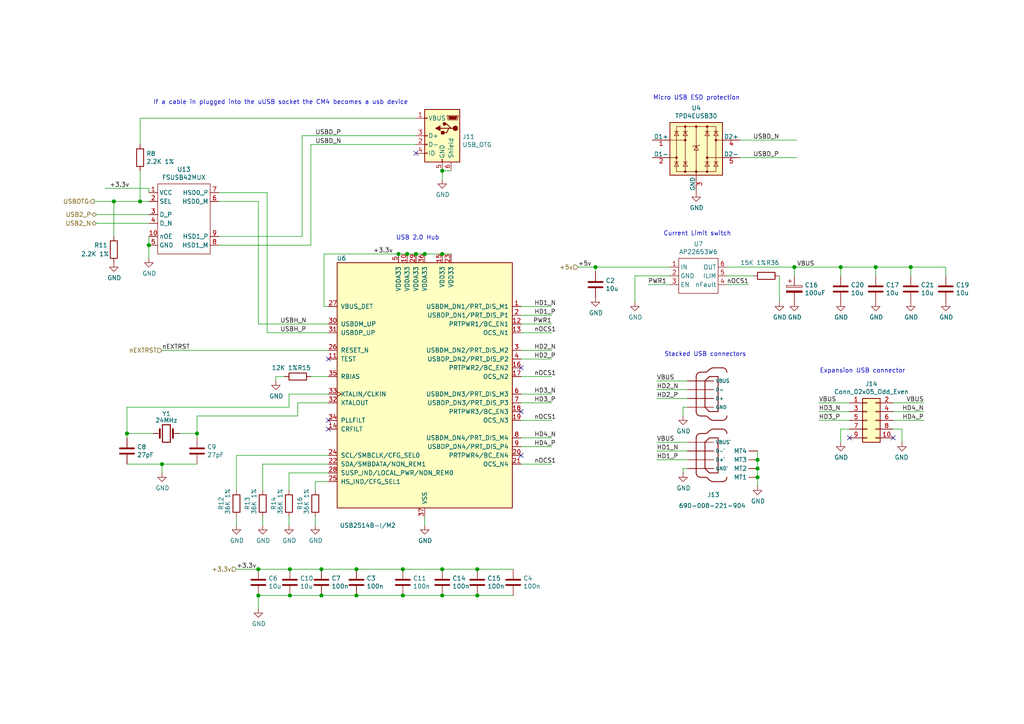
<source format=kicad_sch>
(kicad_sch (version 20231120) (generator "eeschema") (generator_version "8.0")
  (paper "A4")
  (title_block (title "Compute Module 4 IO Board - USB") (rev "1") (company "© 2020-2022 Raspberry Pi Ltd (formerly Raspberry Pi (Trading) Ltd.)") (comment 1 "www.raspberrypi.com"))
  (lib_symbols
    (symbol "CM4IO:AP2553W6"
      (property "Reference" "U" (at 3.81 -6.35 0))
      (property "Value" "AP2553W6" (at -3.81 -6.35 0))
      (symbol "AP2553W6_0_0"
        (pin power_in line (at -8.89 2.54 0) (length 2.54) (name "IN") (number "1"))
        (pin power_out line (at -8.89 0 0) (length 2.54) (name "GND") (number "2"))
        (pin input line (at -8.89 -2.54 0) (length 2.54) (name "EN") (number "3"))
        (pin open_collector line (at 7.62 -2.54 180) (length 2.54) (name "nFault") (number "4"))
        (pin passive line (at 7.62 0 180) (length 2.54) (name "ILIM") (number "5"))
        (pin power_out line (at 7.62 2.54 180) (length 2.54) (name "OUT") (number "6"))
      )
    )
    (symbol "CM4IO:FSUSB42MX"
      (property "Reference" "U" (at -7.62 20.32 0))
      (property "Value" "FSUSB42MX" (at -2.54 -2.54 0))
      (symbol "FSUSB42MX_0_0"
        (pin power_in line (at 8.89 16.51 180) (length 2.54) (name "VCC") (number "1"))
        (pin input line (at 8.89 3.81 180) (length 2.54) (name "nOE") (number "10"))
        (pin input line (at 8.89 13.97 180) (length 2.54) (name "SEL") (number "2"))
        (pin bidirectional line (at 8.89 10.16 180) (length 2.54) (name "D_P") (number "3"))
        (pin bidirectional line (at 8.89 7.62 180) (length 2.54) (name "D_N") (number "4"))
        (pin power_in line (at 8.89 1.27 180) (length 2.54) (name "GND") (number "5"))
        (pin bidirectional line (at -11.43 13.97 0) (length 2.54) (name "HSD0_M") (number "6"))
        (pin bidirectional line (at -11.43 16.51 0) (length 2.54) (name "HSD0_P") (number "7"))
        (pin bidirectional line (at -11.43 1.27 0) (length 2.54) (name "HSD1_M") (number "8"))
        (pin bidirectional line (at -11.43 3.81 0) (length 2.54) (name "HSD1_P") (number "9"))
      )
    )
    (symbol "CM4IO:TPD4EUSB30" (pin_names (offset 0))
      (property "Reference" "U" (at -0.635 8.89 0))
      (property "Value" "TPD4EUSB30" (at 8.89 -10.16 0))
      (symbol "TPD4EUSB30_1_1"
        (pin passive line (at -12.7 2.54 0) (length 5.08) (name "D1+") (number "1"))
        (pin passive line (at -12.7 2.54 0) (length 5.08) hide (name "~") (number "10"))
        (pin passive line (at -12.7 -2.54 0) (length 5.08) (name "D1-") (number "2"))
        (pin power_in line (at 0 -12.7 90) (length 5.08) (name "GND") (number "3"))
        (pin passive line (at 12.7 2.54 180) (length 5.08) (name "D2+") (number "4"))
        (pin passive line (at 12.7 -2.54 180) (length 5.08) (name "D2-") (number "5"))
        (pin passive line (at 12.7 -2.54 180) (length 5.08) hide (name "~") (number "6"))
        (pin passive line (at 12.7 2.54 180) (length 5.08) hide (name "~") (number "7"))
        (pin passive line (at 0 -12.7 90) (length 5.08) hide (name "GND") (number "8"))
        (pin passive line (at -12.7 -2.54 0) (length 5.08) hide (name "~") (number "9"))
      )
    )
    (symbol "CM4IO:USB_67298-4090" (pin_numbers hide)
      (property "Reference" "J" (at -5.08 21.6408 0))
      (property "Value" "USB_67298-4090" (at -5.08 -17.8054 0))
      (symbol "USB_67298-4090_0_0"
        (pin power_in line (at -7.62 -2.54 0) (length 7.62) (name "VBUS`") (number "1"))
        (pin passive line (at -7.62 -5.08 0) (length 7.62) (name "D-`") (number "2"))
        (pin passive line (at -7.62 -7.62 0) (length 7.62) (name "D+`") (number "3"))
        (pin power_in line (at -7.62 -10.16 0) (length 7.62) (name "GND`") (number "4"))
        (pin power_in line (at -7.62 15.24 0) (length 7.62) (name "VBUS") (number "5"))
        (pin passive line (at -7.62 12.7 0) (length 7.62) (name "D-") (number "6"))
        (pin passive line (at -7.62 10.16 0) (length 7.62) (name "D+") (number "7"))
        (pin power_in line (at -7.62 7.62 0) (length 7.62) (name "GND") (number "8"))
        (pin passive line (at 12.7 -12.7 180) (length 2.54) (name "MT1") (number "MT1"))
        (pin passive line (at 12.7 -10.16 180) (length 2.54) (name "MT2") (number "MT2"))
        (pin passive line (at 12.7 -7.62 180) (length 2.54) (name "MT3") (number "MT3"))
        (pin passive line (at 12.7 -5.08 180) (length 2.54) (name "MT4") (number "MT4"))
      )
    )
    (symbol "Connector:USB_OTG" (pin_names (offset 1.016))
      (property "Reference" "J" (at -5.08 11.43 0))
      (property "Value" "USB_OTG" (at -5.08 8.89 0))
      (symbol "USB_OTG_1_1"
        (pin passive line (at 7.62 5.08 180) (length 2.54) (name "VBUS") (number "1"))
        (pin bidirectional line (at 7.62 -2.54 180) (length 2.54) (name "D-") (number "2"))
        (pin bidirectional line (at 7.62 0 180) (length 2.54) (name "D+") (number "3"))
        (pin passive line (at 7.62 -5.08 180) (length 2.54) (name "ID") (number "4"))
        (pin passive line (at 0 -10.16 90) (length 2.54) (name "GND") (number "5"))
        (pin passive line (at -2.54 -10.16 90) (length 2.54) (name "Shield") (number "6"))
      )
    )
    (symbol "Connector_Generic:Conn_02x05_Odd_Even" (pin_names (offset 1.016) hide)
      (property "Reference" "J" (at 1.27 7.62 0))
      (property "Value" "Conn_02x05_Odd_Even" (at 1.27 -7.62 0))
      (symbol "Conn_02x05_Odd_Even_1_1"
        (pin passive line (at -5.08 5.08 0) (length 3.81) (name "Pin_1") (number "1"))
        (pin passive line (at 7.62 -5.08 180) (length 3.81) (name "Pin_10") (number "10"))
        (pin passive line (at 7.62 5.08 180) (length 3.81) (name "Pin_2") (number "2"))
        (pin passive line (at -5.08 2.54 0) (length 3.81) (name "Pin_3") (number "3"))
        (pin passive line (at 7.62 2.54 180) (length 3.81) (name "Pin_4") (number "4"))
        (pin passive line (at -5.08 0 0) (length 3.81) (name "Pin_5") (number "5"))
        (pin passive line (at 7.62 0 180) (length 3.81) (name "Pin_6") (number "6"))
        (pin passive line (at -5.08 -2.54 0) (length 3.81) (name "Pin_7") (number "7"))
        (pin passive line (at 7.62 -2.54 180) (length 3.81) (name "Pin_8") (number "8"))
        (pin passive line (at -5.08 -5.08 0) (length 3.81) (name "Pin_9") (number "9"))
      )
    )
    (symbol "Device:C" (pin_numbers hide) (pin_names (offset 0.254))
      (property "Reference" "C" (at 0.635 2.54 0))
      (property "Value" "C" (at 0.635 -2.54 0))
      (symbol "C_1_1"
        (pin passive line (at 0 3.81 270) (length 2.794) (name "~") (number "1"))
        (pin passive line (at 0 -3.81 90) (length 2.794) (name "~") (number "2"))
      )
    )
    (symbol "Device:CP" (pin_numbers hide) (pin_names (offset 0.254))
      (property "Reference" "C" (at 0.635 2.54 0))
      (property "Value" "CP" (at 0.635 -2.54 0))
      (symbol "CP_1_1"
        (pin passive line (at 0 3.81 270) (length 2.794) (name "~") (number "1"))
        (pin passive line (at 0 -3.81 90) (length 2.794) (name "~") (number "2"))
      )
    )
    (symbol "Device:Crystal" (pin_numbers hide) (pin_names (offset 1.016) hide)
      (property "Reference" "Y" (at 0 3.81 0))
      (property "Value" "Crystal" (at 0 -3.81 0))
      (symbol "Crystal_1_1"
        (pin passive line (at -3.81 0 0) (length 1.27) (name "1") (number "1"))
        (pin passive line (at 3.81 0 180) (length 1.27) (name "2") (number "2"))
      )
    )
    (symbol "Device:R" (pin_numbers hide) (pin_names (offset 0))
      (property "Reference" "R" (at 2.032 0 90))
      (property "Value" "R" (at 0 0 90))
      (symbol "R_1_1"
        (pin passive line (at 0 3.81 270) (length 1.27) (name "~") (number "1"))
        (pin passive line (at 0 -3.81 90) (length 1.27) (name "~") (number "2"))
      )
    )
    (symbol "Interface_USB:USB2514B_Bi" (pin_names (offset 1.016))
      (property "Reference" "U" (at -17.78 40.64 0))
      (property "Value" "USB2514B_Bi" (at -20.32 38.1 0))
      (symbol "USB2514B_Bi_1_1"
        (pin bidirectional line (at 27.94 22.86 180) (length 2.54) (name "USBDM_DN1/PRT_DIS_M1") (number "1"))
        (pin power_in line (at -5.08 38.1 270) (length 2.54) (name "VDDA33") (number "10"))
        (pin input line (at -27.94 7.62 0) (length 2.54) (name "TEST") (number "11"))
        (pin bidirectional line (at 27.94 17.78 180) (length 2.54) (name "PRTPWR1/BC_EN1") (number "12"))
        (pin input line (at 27.94 15.24 180) (length 2.54) (name "OCS_N1") (number "13"))
        (pin input line (at -27.94 -12.7 0) (length 2.54) (name "CRFILT") (number "14"))
        (pin power_in line (at 5.08 38.1 270) (length 2.54) (name "VDD33") (number "15"))
        (pin bidirectional line (at 27.94 5.08 180) (length 2.54) (name "PRTPWR2/BC_EN2") (number "16"))
        (pin input line (at 27.94 2.54 180) (length 2.54) (name "OCS_N2") (number "17"))
        (pin bidirectional line (at 27.94 -7.62 180) (length 2.54) (name "PRTPWR3/BC_EN3") (number "18"))
        (pin input line (at 27.94 -10.16 180) (length 2.54) (name "OCS_N3") (number "19"))
        (pin bidirectional line (at 27.94 20.32 180) (length 2.54) (name "USBDP_DN1/PRT_DIS_P1") (number "2"))
        (pin bidirectional line (at 27.94 -20.32 180) (length 2.54) (name "PRTPWR4/BC_EN4") (number "20"))
        (pin input line (at 27.94 -22.86 180) (length 2.54) (name "OCS_N4") (number "21"))
        (pin bidirectional line (at -27.94 -22.86 0) (length 2.54) (name "SDA/SMBDATA/NON_REM1") (number "22"))
        (pin power_in line (at 7.62 38.1 270) (length 2.54) (name "VDD33") (number "23"))
        (pin bidirectional line (at -27.94 -20.32 0) (length 2.54) (name "SCL/SMBCLK/CFG_SEL0") (number "24"))
        (pin bidirectional line (at -27.94 -27.94 0) (length 2.54) (name "HS_IND/CFG_SEL1") (number "25"))
        (pin input line (at -27.94 10.16 0) (length 2.54) (name "RESET_N") (number "26"))
        (pin input line (at -27.94 22.86 0) (length 2.54) (name "VBUS_DET") (number "27"))
        (pin bidirectional line (at -27.94 -25.4 0) (length 2.54) (name "SUSP_IND/LOCAL_PWR/NON_REM0") (number "28"))
        (pin power_in line (at -2.54 38.1 270) (length 2.54) (name "VDDA33") (number "29"))
        (pin bidirectional line (at 27.94 10.16 180) (length 2.54) (name "USBDM_DN2/PRT_DIS_M2") (number "3"))
        (pin bidirectional line (at -27.94 17.78 0) (length 2.54) (name "USBDM_UP") (number "30"))
        (pin bidirectional line (at -27.94 15.24 0) (length 2.54) (name "USBDP_UP") (number "31"))
        (pin output line (at -27.94 -5.08 0) (length 2.54) (name "XTALOUT") (number "32"))
        (pin input clock (at -27.94 -2.54 0) (length 2.54) (name "XTALIN/CLKIN") (number "33"))
        (pin input line (at -27.94 -10.16 0) (length 2.54) (name "PLLFILT") (number "34"))
        (pin input line (at -27.94 2.54 0) (length 2.54) (name "RBIAS") (number "35"))
        (pin power_in line (at 0 38.1 270) (length 2.54) (name "VDDA33") (number "36"))
        (pin power_in line (at 0 -38.1 90) (length 2.54) (name "VSS") (number "37"))
        (pin bidirectional line (at 27.94 7.62 180) (length 2.54) (name "USBDP_DN2/PRT_DIS_P2") (number "4"))
        (pin power_in line (at -7.62 38.1 270) (length 2.54) (name "VDDA33") (number "5"))
        (pin bidirectional line (at 27.94 -2.54 180) (length 2.54) (name "USBDM_DN3/PRT_DIS_M3") (number "6"))
        (pin bidirectional line (at 27.94 -5.08 180) (length 2.54) (name "USBDP_DN3/PRT_DIS_P3") (number "7"))
        (pin bidirectional line (at 27.94 -15.24 180) (length 2.54) (name "USBDM_DN4/PRT_DIS_M4") (number "8"))
        (pin bidirectional line (at 27.94 -17.78 180) (length 2.54) (name "USBDP_DN4/PRT_DIS_P4") (number "9"))
      )
    )
    (symbol "power:GND" (power) (pin_numbers hide) (pin_names (offset 0) hide)
      (property "Value" "GND" (at 0 -3.81 0))
      (symbol "GND_1_1"
        (pin power_in line (at 0 0 270) (length 0) (name "~") (number "1"))
      )
    )
  )
  (junction (at 103.378 165.1) (diameter 1.016))
  (junction (at 103.378 172.72) (diameter 1.016))
  (junction (at 138.43 165.1) (diameter 1.016))
  (junction (at 93.218 165.1) (diameter 1.016))
  (junction (at 128.27 49.53) (diameter 1.016))
  (junction (at 74.93 172.72) (diameter 1.016))
  (junction (at 172.72 77.47) (diameter 1.016))
  (junction (at 219.71 138.43) (diameter 1.016))
  (junction (at 116.84 165.1) (diameter 1.016))
  (junction (at 84.074 165.1) (diameter 1.016))
  (junction (at 128.27 172.72) (diameter 1.016))
  (junction (at 254 77.47) (diameter 1.016))
  (junction (at 36.83 125.73) (diameter 1.016))
  (junction (at 120.65 73.66) (diameter 1.016))
  (junction (at 128.27 73.66) (diameter 1.016))
  (junction (at 219.71 133.35) (diameter 1.016))
  (junction (at 40.64 58.42) (diameter 1.016))
  (junction (at 219.71 135.89) (diameter 1.016))
  (junction (at 123.19 73.66) (diameter 1.016))
  (junction (at 128.27 165.1) (diameter 1.016))
  (junction (at 230.378 77.47) (diameter 1.016))
  (junction (at 74.93 165.1) (diameter 1.016))
  (junction (at 93.218 172.72) (diameter 1.016))
  (junction (at 57.15 125.73) (diameter 1.016))
  (junction (at 84.074 172.72) (diameter 1.016))
  (junction (at 264.16 77.47) (diameter 1.016))
  (junction (at 43.18 71.12) (diameter 1.016))
  (junction (at 33.02 58.42) (diameter 1.016))
  (junction (at 115.57 73.66) (diameter 1.016))
  (junction (at 243.84 77.47) (diameter 1.016))
  (junction (at 116.84 172.72) (diameter 1.016))
  (junction (at 118.11 73.66) (diameter 1.016))
  (junction (at 138.43 172.72) (diameter 1.016))
  (junction (at 46.99 134.62) (diameter 1.016))
  (no_connect (at 95.25 121.92))
  (no_connect (at 95.25 104.14))
  (no_connect (at 120.65 44.45))
  (no_connect (at 246.38 127))
  (no_connect (at 259.08 127))
  (no_connect (at 95.25 124.46))
  (no_connect (at 151.13 119.38))
  (no_connect (at 151.13 106.68))
  (no_connect (at 151.13 132.08))
  (wire (pts (xy 151.13 96.52) (xy 160.02 96.52)))
  (wire (pts (xy 86.36 116.84) (xy 86.36 120.65)))
  (wire (pts (xy 267.97 121.92) (xy 259.08 121.92)))
  (wire (pts (xy 151.13 88.9) (xy 160.02 88.9)))
  (wire (pts (xy 74.93 165.1) (xy 84.074 165.1)))
  (wire (pts (xy 190.5 113.03) (xy 199.39 113.03)))
  (wire (pts (xy 151.13 116.84) (xy 160.02 116.84)))
  (wire (pts (xy 36.83 127) (xy 36.83 125.73)))
  (wire (pts (xy 190.5 115.57) (xy 199.39 115.57)))
  (wire (pts (xy 172.72 77.47) (xy 194.31 77.47)))
  (wire (pts (xy 93.218 165.1) (xy 103.378 165.1)))
  (wire (pts (xy 267.97 116.84) (xy 259.08 116.84)))
  (wire (pts (xy 237.49 116.84) (xy 246.38 116.84)))
  (wire (pts (xy 151.13 91.44) (xy 160.02 91.44)))
  (wire (pts (xy 57.15 120.65) (xy 57.15 125.73)))
  (wire (pts (xy 95.25 93.98) (xy 74.93 93.98)))
  (wire (pts (xy 83.82 142.24) (xy 83.82 137.16)))
  (wire (pts (xy 151.13 114.3) (xy 160.02 114.3)))
  (wire (pts (xy 138.43 165.1) (xy 148.844 165.1)))
  (wire (pts (xy 68.58 149.86) (xy 68.58 152.4)))
  (wire (pts (xy 194.31 80.01) (xy 184.15 80.01)))
  (wire (pts (xy 83.82 118.11) (xy 36.83 118.11)))
  (wire (pts (xy 93.98 88.9) (xy 93.98 73.66)))
  (wire (pts (xy 43.18 58.42) (xy 40.64 58.42)))
  (wire (pts (xy 77.47 55.88) (xy 77.47 96.52)))
  (wire (pts (xy 184.15 80.01) (xy 184.15 87.63)))
  (wire (pts (xy 74.93 58.42) (xy 74.93 93.98)))
  (wire (pts (xy 118.11 73.66) (xy 120.65 73.66)))
  (wire (pts (xy 151.13 134.62) (xy 160.02 134.62)))
  (wire (pts (xy 43.18 55.88) (xy 43.18 54.61)))
  (wire (pts (xy 83.82 114.3) (xy 83.82 118.11)))
  (wire (pts (xy 36.83 118.11) (xy 36.83 125.73)))
  (wire (pts (xy 82.55 109.22) (xy 80.01 109.22)))
  (wire (pts (xy 128.27 172.72) (xy 138.43 172.72)))
  (wire (pts (xy 63.5 71.12) (xy 90.17 71.12)))
  (wire (pts (xy 91.44 149.86) (xy 91.44 152.4)))
  (wire (pts (xy 254 77.47) (xy 264.16 77.47)))
  (wire (pts (xy 264.16 77.47) (xy 264.16 80.01)))
  (wire (pts (xy 219.71 138.43) (xy 219.71 140.97)))
  (wire (pts (xy 128.27 49.53) (xy 130.81 49.53)))
  (wire (pts (xy 76.2 134.62) (xy 95.25 134.62)))
  (wire (pts (xy 90.17 71.12) (xy 90.17 41.91)))
  (wire (pts (xy 219.71 130.81) (xy 219.71 133.35)))
  (wire (pts (xy 76.2 149.86) (xy 76.2 152.4)))
  (wire (pts (xy 57.15 125.73) (xy 57.15 127)))
  (wire (pts (xy 151.13 101.6) (xy 160.02 101.6)))
  (wire (pts (xy 90.17 109.22) (xy 95.25 109.22)))
  (wire (pts (xy 190.5 130.81) (xy 199.39 130.81)))
  (wire (pts (xy 210.82 77.47) (xy 230.378 77.47)))
  (wire (pts (xy 230.378 77.47) (xy 243.84 77.47)))
  (wire (pts (xy 128.27 52.07) (xy 128.27 49.53)))
  (wire (pts (xy 167.64 77.47) (xy 172.72 77.47)))
  (wire (pts (xy 151.13 121.92) (xy 160.02 121.92)))
  (wire (pts (xy 123.19 73.66) (xy 128.27 73.66)))
  (wire (pts (xy 214.63 40.64) (xy 231.14 40.64)))
  (wire (pts (xy 243.84 77.47) (xy 254 77.47)))
  (wire (pts (xy 63.5 68.58) (xy 87.63 68.58)))
  (wire (pts (xy 27.94 64.77) (xy 43.18 64.77)))
  (wire (pts (xy 84.074 172.72) (xy 93.218 172.72)))
  (wire (pts (xy 68.58 132.08) (xy 95.25 132.08)))
  (wire (pts (xy 151.13 104.14) (xy 160.02 104.14)))
  (wire (pts (xy 95.25 116.84) (xy 86.36 116.84)))
  (wire (pts (xy 87.63 68.58) (xy 87.63 39.37)))
  (wire (pts (xy 261.62 124.46) (xy 261.62 128.27)))
  (wire (pts (xy 214.63 45.72) (xy 231.14 45.72)))
  (wire (pts (xy 190.5 128.27) (xy 199.39 128.27)))
  (wire (pts (xy 86.36 120.65) (xy 57.15 120.65)))
  (wire (pts (xy 93.98 73.66) (xy 115.57 73.66)))
  (wire (pts (xy 83.82 149.86) (xy 83.82 152.4)))
  (wire (pts (xy 237.49 121.92) (xy 246.38 121.92)))
  (wire (pts (xy 219.71 133.35) (xy 219.71 135.89)))
  (wire (pts (xy 46.99 134.62) (xy 57.15 134.62)))
  (wire (pts (xy 151.13 109.22) (xy 160.02 109.22)))
  (wire (pts (xy 91.44 142.24) (xy 91.44 139.7)))
  (wire (pts (xy 219.71 135.89) (xy 219.71 138.43)))
  (wire (pts (xy 254 77.47) (xy 254 80.01)))
  (wire (pts (xy 120.65 73.66) (xy 123.19 73.66)))
  (wire (pts (xy 27.305 58.42) (xy 33.02 58.42)))
  (wire (pts (xy 226.06 80.01) (xy 226.06 87.63)))
  (wire (pts (xy 138.43 172.72) (xy 148.844 172.72)))
  (wire (pts (xy 103.378 172.72) (xy 116.84 172.72)))
  (wire (pts (xy 83.82 114.3) (xy 95.25 114.3)))
  (wire (pts (xy 63.5 55.88) (xy 77.47 55.88)))
  (wire (pts (xy 123.19 149.86) (xy 123.19 152.4)))
  (wire (pts (xy 230.378 77.47) (xy 230.378 80.01)))
  (wire (pts (xy 199.39 118.11) (xy 198.12 118.11)))
  (wire (pts (xy 93.218 172.72) (xy 103.378 172.72)))
  (wire (pts (xy 190.5 110.49) (xy 199.39 110.49)))
  (wire (pts (xy 36.83 125.73) (xy 44.45 125.73)))
  (wire (pts (xy 237.49 119.38) (xy 246.38 119.38)))
  (wire (pts (xy 103.378 165.1) (xy 116.84 165.1)))
  (wire (pts (xy 151.13 93.98) (xy 160.02 93.98)))
  (wire (pts (xy 115.57 73.66) (xy 118.11 73.66)))
  (wire (pts (xy 30.48 54.61) (xy 43.18 54.61)))
  (wire (pts (xy 210.82 82.55) (xy 217.17 82.55)))
  (wire (pts (xy 274.32 80.01) (xy 274.32 77.47)))
  (wire (pts (xy 210.82 80.01) (xy 218.44 80.01)))
  (wire (pts (xy 187.96 82.55) (xy 194.31 82.55)))
  (wire (pts (xy 95.25 88.9) (xy 93.98 88.9)))
  (wire (pts (xy 91.44 139.7) (xy 95.25 139.7)))
  (wire (pts (xy 74.93 176.53) (xy 74.93 172.72)))
  (wire (pts (xy 36.83 134.62) (xy 46.99 134.62)))
  (wire (pts (xy 128.27 73.66) (xy 130.81 73.66)))
  (wire (pts (xy 77.47 96.52) (xy 95.25 96.52)))
  (wire (pts (xy 259.08 124.46) (xy 261.62 124.46)))
  (wire (pts (xy 63.5 58.42) (xy 74.93 58.42)))
  (wire (pts (xy 190.5 133.35) (xy 199.39 133.35)))
  (wire (pts (xy 243.84 124.46) (xy 246.38 124.46)))
  (wire (pts (xy 74.93 172.72) (xy 84.074 172.72)))
  (wire (pts (xy 68.58 165.1) (xy 74.93 165.1)))
  (wire (pts (xy 43.18 71.12) (xy 43.18 74.93)))
  (wire (pts (xy 33.02 58.42) (xy 33.02 68.58)))
  (wire (pts (xy 199.39 135.89) (xy 198.12 135.89)))
  (wire (pts (xy 116.84 172.72) (xy 128.27 172.72)))
  (wire (pts (xy 151.13 129.54) (xy 160.02 129.54)))
  (wire (pts (xy 243.84 124.46) (xy 243.84 128.27)))
  (wire (pts (xy 116.84 165.1) (xy 128.27 165.1)))
  (wire (pts (xy 40.64 49.53) (xy 40.64 58.42)))
  (wire (pts (xy 46.99 101.6) (xy 95.25 101.6)))
  (wire (pts (xy 128.27 165.1) (xy 138.43 165.1)))
  (wire (pts (xy 198.12 135.89) (xy 198.12 137.16)))
  (wire (pts (xy 151.13 127) (xy 160.02 127)))
  (wire (pts (xy 27.94 62.23) (xy 43.18 62.23)))
  (wire (pts (xy 264.16 77.47) (xy 274.32 77.47)))
  (wire (pts (xy 76.2 142.24) (xy 76.2 134.62)))
  (wire (pts (xy 52.07 125.73) (xy 57.15 125.73)))
  (wire (pts (xy 40.64 34.29) (xy 120.65 34.29)))
  (wire (pts (xy 40.64 58.42) (xy 33.02 58.42)))
  (wire (pts (xy 68.58 142.24) (xy 68.58 132.08)))
  (wire (pts (xy 90.17 41.91) (xy 120.65 41.91)))
  (wire (pts (xy 84.074 165.1) (xy 93.218 165.1)))
  (wire (pts (xy 198.12 118.11) (xy 198.12 120.65)))
  (wire (pts (xy 87.63 39.37) (xy 120.65 39.37)))
  (wire (pts (xy 172.72 78.74) (xy 172.72 77.47)))
  (wire (pts (xy 80.01 109.22) (xy 80.01 110.49)))
  (wire (pts (xy 40.64 41.91) (xy 40.64 34.29)))
  (wire (pts (xy 83.82 137.16) (xy 95.25 137.16)))
  (wire (pts (xy 43.18 68.58) (xy 43.18 71.12)))
  (wire (pts (xy 267.97 119.38) (xy 259.08 119.38)))
  (wire (pts (xy 46.99 134.62) (xy 46.99 137.16)))
  (wire (pts (xy 243.84 80.01) (xy 243.84 77.47)))
  (text "Expansion USB connector" (at 262.6106 108.3818 0) (effects (font (size 1.27 1.27)) (justify right bottom)))
  (text "Current Limit switch" (at 212.09 68.58 0) (effects (font (size 1.27 1.27)) (justify right bottom)))
  (text "USB 2.0 Hub" (at 127.4318 69.7992 0) (effects (font (size 1.27 1.27)) (justify right bottom)))
  (text "If a cable in plugged into the uUSB socket the CM4 becomes a usb device" (at 44.45 30.48 0) (effects (font (size 1.27 1.27)) (justify left bottom)))
  (text "Micro USB ESD protection" (at 214.63 29.21 0) (effects (font (size 1.27 1.27)) (justify right bottom)))
  (text "Stacked USB connectors" (at 216.4588 103.5812 0) (effects (font (size 1.27 1.27)) (justify right bottom)))
  (label "nOCS1" (at 154.94 96.52 0))
  (label "+3.3v" (at 31.75 54.61 0))
  (label "HD2_P" (at 190.5 115.57 0))
  (label "HD3_N" (at 237.49 119.38 0))
  (label "HD1_P" (at 190.5 133.35 0))
  (label "HD1_N" (at 154.94 88.9 0))
  (label "HD4_P" (at 154.94 129.54 0))
  (label "VBUS" (at 237.49 116.84 0))
  (label "nOCS1" (at 210.82 82.55 0))
  (label "VBUS" (at 190.5 110.49 0))
  (label "HD2_N" (at 190.5 113.03 0))
  (label "PWR1" (at 160.02 93.98 180))
  (label "USBD_N" (at 218.44 40.64 0))
  (label "nOCS1" (at 154.94 109.22 0))
  (label "VBUS" (at 231.14 77.47 0))
  (label "USBD_N" (at 91.44 41.91 0))
  (label "HD2_P" (at 154.94 104.14 0))
  (label "VBUS" (at 190.5 128.27 0))
  (label "+3.3v" (at 68.58 165.1 0))
  (label "+5v" (at 167.64 77.47 0))
  (label "HD4_N" (at 154.94 127 0))
  (label "HD4_P" (at 267.97 121.92 180))
  (label "USBH_P" (at 81.28 96.52 0))
  (label "HD3_P" (at 154.94 116.84 0))
  (label "nEXTRST" (at 46.99 101.6 0))
  (label "+3.3v" (at 108.204 73.66 0))
  (label "HD2_N" (at 154.94 101.6 0))
  (label "USBD_P" (at 218.44 45.72 0))
  (label "HD1_N" (at 190.5 130.81 0))
  (label "USBD_P" (at 91.44 39.37 0))
  (label "HD4_N" (at 267.97 119.38 180))
  (label "nOCS1" (at 154.94 134.62 0))
  (label "nOCS1" (at 154.94 121.92 0))
  (label "HD3_P" (at 237.49 121.92 0))
  (label "PWR1" (at 187.96 82.55 0))
  (label "USBH_N" (at 81.28 93.98 0))
  (label "HD3_N" (at 154.94 114.3 0))
  (label "HD1_P" (at 154.94 91.44 0))
  (label "VBUS" (at 267.97 116.84 180))
  (hierarchical_label "USB2_N" (shape bidirectional) (at 27.94 64.77 180))
  (hierarchical_label "USBOTG" (shape output) (at 27.305 58.42 180))
  (hierarchical_label "+3.3v" (shape input) (at 68.58 165.1 180))
  (hierarchical_label "USB2_P" (shape bidirectional) (at 27.94 62.23 180))
  (hierarchical_label "nEXTRST" (shape input) (at 46.99 101.6 180))
  (hierarchical_label "+5v" (shape input) (at 167.64 77.47 180))
  (symbol (lib_id "CM4IO:USB_67298-4090") (at 207.01 125.73 0) (unit 1)
    (property "Reference" "J13" (at 205.105 143.51 0) (effects (justify left)))
    (property "Value" "690-008-221-904" (at 196.85 146.685 0) (effects (justify left)))
    (property "Footprint" "CM4IO:MOLEX_USB_67298-4090" (effects (hide yes)))
    (property "Datasheet" "Conn USB Type A RCP 4/4 POS Solder RA Thru-Hole 8 Terminal 2 Port Tray" (effects (hide yes)))
    (property "Field4" "Farnell" (effects (hide yes)))
    (property "Field5" "2751688" (effects (hide yes)))
    (property "Field6" "None" (effects (hide yes)))
    (property "Field7" "Molex" (effects (hide yes)))
    (property "Field8" "None" (effects (hide yes)))
    (property "Part Description" "USB-A (USB TYPE-A), Stacked Receptacle Connector 8 Position Through Hole, Right Angle" (effects (hide yes)))
  )
  (symbol (lib_id "power:GND") (at 243.84 128.27 0) (unit 1)
    (property "Reference" "#PWR025" (effects (hide yes)))
    (property "Value" "GND" (at 243.967 132.6642 0))
    (property "Description" "Power symbol creates a global label with name \"GND\" , ground" (effects (hide yes)))
  )
  (symbol (lib_id "power:GND") (at 261.62 128.27 0) (mirror y) (unit 1)
    (property "Reference" "#PWR026" (effects (hide yes)))
    (property "Value" "GND" (at 261.493 132.6642 0))
    (property "Description" "Power symbol creates a global label with name \"GND\" , ground" (effects (hide yes)))
  )
  (symbol (lib_id "Connector_Generic:Conn_02x05_Odd_Even") (at 251.46 121.92 0) (unit 1)
    (property "Reference" "J14" (at 252.73 111.3282 0))
    (property "Value" "Conn_02x05_Odd_Even" (at 252.73 113.6396 0))
    (property "Footprint" "Connector_PinHeader_2.54mm:PinHeader_2x05_P2.54mm_Vertical" (effects (hide yes)))
    (property "Description" "Generic connector, double row, 02x05, odd/even pin numbering scheme (row 1 odd numbers, row 2 even numbers), script generated (kicad-library-utils/schlib/autogen/connector/)" (effects (hide yes)))
    (property "Field4" "Toby" (effects (hide yes)))
    (property "Field5" "THD-05-R" (effects (hide yes)))
    (property "Field6" "THD-05-R" (effects (hide yes)))
    (property "Field7" "Toby" (effects (hide yes)))
    (property "Part Description" "PinHeader_2x05_P2.54mm_Vertical" (effects (hide yes)))
  )
  (symbol (lib_id "Connector:USB_OTG") (at 128.27 39.37 0) (mirror y) (unit 1)
    (property "Reference" "J11" (at 134.112 39.6494 0) (effects (justify right)))
    (property "Value" "USB_OTG" (at 134.112 41.9608 0) (effects (justify right)))
    (property "Footprint" "CM4IO:USB_Micro-B_EDAC_UCON00686" (effects (hide yes)))
    (property "Description" "USB mini/micro connector" (effects (hide yes)))
    (property "Field4" "Digikey" (effects (hide yes)))
    (property "Field5" "609-4050-2-ND" (effects (hide yes)))
    (property "Field6" "690-005-298-486" (effects (hide yes)))
    (property "Field7" "EDAC" (effects (hide yes)))
    (property "Part Description" "USB - micro B USB 2.0 Receptacle Connector 5 Position Surface Mount, Right Angle; Through Hole" (effects (hide yes)))
    (property "Field8" "UCON00686" (effects (hide yes)))
  )
  (symbol (lib_id "Device:R") (at 40.64 45.72 0) (unit 1)
    (property "Reference" "R8" (at 42.418 44.5516 0) (effects (justify left)))
    (property "Value" "2.2K 1%" (at 42.418 46.863 0) (effects (justify left)))
    (property "Footprint" "Resistor_SMD:R_0402_1005Metric" (effects (hide yes)))
    (property "Description" "Resistor" (effects (hide yes)))
    (property "Field4" "Farnell" (effects (hide yes)))
    (property "Field5" "9239278" (effects (hide yes)))
    (property "Field7" "KOA EUROPE GMBH" (effects (hide yes)))
    (property "Field6" "RK73G1ETQTP2201D         " (effects (hide yes)))
    (property "Part Description" "Resistor 2.2K M1005 1% 63mW" (effects (hide yes)))
    (property "Field8" "120889581" (effects (hide yes)))
  )
  (symbol (lib_id "power:GND") (at 172.72 86.36 0) (unit 1)
    (property "Reference" "#PWR017" (effects (hide yes)))
    (property "Value" "GND" (at 172.847 90.7542 0))
    (property "Description" "Power symbol creates a global label with name \"GND\" , ground" (effects (hide yes)))
  )
  (symbol (lib_id "Device:C") (at 243.84 83.82 0) (unit 1)
    (property "Reference" "C20" (at 246.761 82.6516 0) (effects (justify left)))
    (property "Value" "10u" (at 246.761 84.963 0) (effects (justify left)))
    (property "Footprint" "Capacitor_SMD:C_0805_2012Metric" (effects (hide yes)))
    (property "Description" "Unpolarized capacitor" (effects (hide yes)))
    (property "Field5" "490-14381-1-ND" (effects (hide yes)))
    (property "Field4" "Digikey" (effects (hide yes)))
    (property "Field6" "GRM21BR71A106KA73L" (effects (hide yes)))
    (property "Field7" "Murata" (effects (hide yes)))
    (property "Part Description" "	10uF 10% 10V Ceramic Capacitor X7R 0805 (2012 Metric)" (effects (hide yes)))
    (property "Field8" "111893011" (effects (hide yes)))
  )
  (symbol (lib_id "power:GND") (at 243.84 87.63 0) (unit 1)
    (property "Reference" "#PWR021" (effects (hide yes)))
    (property "Value" "GND" (at 243.967 92.0242 0))
    (property "Description" "Power symbol creates a global label with name \"GND\" , ground" (effects (hide yes)))
  )
  (symbol (lib_id "Device:C") (at 254 83.82 0) (unit 1)
    (property "Reference" "C17" (at 256.921 82.6516 0) (effects (justify left)))
    (property "Value" "10u" (at 256.921 84.963 0) (effects (justify left)))
    (property "Footprint" "Capacitor_SMD:C_0805_2012Metric" (effects (hide yes)))
    (property "Description" "Unpolarized capacitor" (effects (hide yes)))
    (property "Field5" "490-14381-1-ND" (effects (hide yes)))
    (property "Field4" "Digikey" (effects (hide yes)))
    (property "Field6" "GRM21BR71A106KA73L" (effects (hide yes)))
    (property "Field7" "Murata" (effects (hide yes)))
    (property "Part Description" "	10uF 10% 10V Ceramic Capacitor X7R 0805 (2012 Metric)" (effects (hide yes)))
    (property "Field8" "111893011" (effects (hide yes)))
  )
  (symbol (lib_id "power:GND") (at 254 87.63 0) (unit 1)
    (property "Reference" "#PWR018" (effects (hide yes)))
    (property "Value" "GND" (at 254.127 92.0242 0))
    (property "Description" "Power symbol creates a global label with name \"GND\" , ground" (effects (hide yes)))
  )
  (symbol (lib_id "Device:C") (at 264.16 83.82 0) (unit 1)
    (property "Reference" "C21" (at 267.081 82.6516 0) (effects (justify left)))
    (property "Value" "10u" (at 267.081 84.963 0) (effects (justify left)))
    (property "Footprint" "Capacitor_SMD:C_0805_2012Metric" (effects (hide yes)))
    (property "Description" "Unpolarized capacitor" (effects (hide yes)))
    (property "Field5" "490-14381-1-ND" (effects (hide yes)))
    (property "Field4" "Digikey" (effects (hide yes)))
    (property "Field6" "GRM21BR71A106KA73L" (effects (hide yes)))
    (property "Field7" "Murata" (effects (hide yes)))
    (property "Part Description" "	10uF 10% 10V Ceramic Capacitor X7R 0805 (2012 Metric)" (effects (hide yes)))
    (property "Field8" "111893011" (effects (hide yes)))
  )
  (symbol (lib_id "Device:C") (at 274.32 83.82 0) (unit 1)
    (property "Reference" "C19" (at 277.241 82.6516 0) (effects (justify left)))
    (property "Value" "10u" (at 277.241 84.963 0) (effects (justify left)))
    (property "Footprint" "Capacitor_SMD:C_0805_2012Metric" (effects (hide yes)))
    (property "Description" "Unpolarized capacitor" (effects (hide yes)))
    (property "Field5" "490-14381-1-ND" (effects (hide yes)))
    (property "Field4" "Digikey" (effects (hide yes)))
    (property "Field6" "GRM21BR71A106KA73L" (effects (hide yes)))
    (property "Field7" "Murata" (effects (hide yes)))
    (property "Part Description" "	10uF 10% 10V Ceramic Capacitor X7R 0805 (2012 Metric)" (effects (hide yes)))
    (property "Field8" "111893011" (effects (hide yes)))
  )
  (symbol (lib_id "power:GND") (at 198.12 120.65 0) (unit 1)
    (property "Reference" "#PWR023" (effects (hide yes)))
    (property "Value" "GND" (at 198.247 125.0442 0))
    (property "Description" "Power symbol creates a global label with name \"GND\" , ground" (effects (hide yes)))
  )
  (symbol (lib_id "power:GND") (at 198.12 137.16 0) (unit 1)
    (property "Reference" "#PWR024" (effects (hide yes)))
    (property "Value" "GND" (at 198.247 141.5542 0))
    (property "Description" "Power symbol creates a global label with name \"GND\" , ground" (effects (hide yes)))
  )
  (symbol (lib_id "Device:R") (at 33.02 72.39 0) (unit 1)
    (property "Reference" "R11" (at 27.305 71.12 0) (effects (justify left)))
    (property "Value" "2.2K 1%" (at 23.495 73.66 0) (effects (justify left)))
    (property "Footprint" "Resistor_SMD:R_0402_1005Metric" (effects (hide yes)))
    (property "Description" "Resistor" (effects (hide yes)))
    (property "Field4" "Farnell" (effects (hide yes)))
    (property "Field5" "9239278" (effects (hide yes)))
    (property "Field7" "KOA EUROPE GMBH" (effects (hide yes)))
    (property "Field6" "RK73G1ETQTP2201D         " (effects (hide yes)))
    (property "Part Description" "Resistor 2.2K M1005 1% 63mW" (effects (hide yes)))
    (property "Field8" "120889581" (effects (hide yes)))
  )
  (symbol (lib_id "CM4IO:AP2553W6") (at 203.2 80.01 0) (unit 1)
    (property "Reference" "U7" (at 202.565 70.739 0))
    (property "Value" "AP22653W6" (at 202.565 73.0504 0))
    (property "Footprint" "Package_TO_SOT_SMD:SOT-23-6" (effects (hide yes)))
    (property "Datasheet" "https://www.diodes.com/assets/Datasheets/AP255x.pdf" (effects (hide yes)))
    (property "Field4" "Digikey" (effects (hide yes)))
    (property "Field5" "AP2553W6-7DICT-ND" (effects (hide yes)))
    (property "Field6" "AP22653W6" (effects (hide yes)))
    (property "Field7" "Diodes" (effects (hide yes)))
    (property "Part Description" "	Power Switch/Driver 1:1 P-Channel 2.1A SOT-23-6" (effects (hide yes)))
  )
  (symbol (lib_id "Interface_USB:USB2514B_Bi") (at 123.19 111.76 0) (unit 1)
    (property "Reference" "U6" (at 99.06 74.93 0))
    (property "Value" "USB2514B-I/M2" (at 106.68 152.4 0))
    (property "Footprint" "Package_DFN_QFN:QFN-36-1EP_6x6mm_P0.5mm_EP3.7x3.7mm" (effects (hide yes)))
    (property "Datasheet" "http://ww1.microchip.com/downloads/en/DeviceDoc/00001692C.pdf" (effects (hide yes)))
    (property "Description" "USB 2.0 Hi-Speed Hub Controller" (effects (hide yes)))
    (property "Field4" "Farnell" (effects (hide yes)))
    (property "Field5" "2775060" (effects (hide yes)))
    (property "Field6" "USB2514B-I/M2" (effects (hide yes)))
    (property "Field7" "Microchip" (effects (hide yes)))
    (property "Part Description" "	USB Hub Controller USB Interface 36-SQFN (6x6)" (effects (hide yes)))
    (property "Field8" "UICC00931" (effects (hide yes)))
  )
  (symbol (lib_id "power:GND") (at 80.01 110.49 0) (unit 1)
    (property "Reference" "#PWR010" (effects (hide yes)))
    (property "Value" "GND" (at 80.137 114.8842 0))
    (property "Description" "Power symbol creates a global label with name \"GND\" , ground" (effects (hide yes)))
  )
  (symbol (lib_id "power:GND") (at 184.15 87.63 0) (unit 1)
    (property "Reference" "#PWR014" (effects (hide yes)))
    (property "Value" "GND" (at 184.277 92.0242 0))
    (property "Description" "Power symbol creates a global label with name \"GND\" , ground" (effects (hide yes)))
  )
  (symbol (lib_id "Device:R") (at 83.82 146.05 0) (unit 1)
    (property "Reference" "R14" (at 79.375 147.955 90) (effects (justify left)))
    (property "Value" "36K 1%" (at 81.28 149.225 90) (effects (justify left)))
    (property "Footprint" "Resistor_SMD:R_0402_1005Metric" (effects (hide yes)))
    (property "Description" "Resistor" (effects (hide yes)))
    (property "Field4" "Farnell" (effects (hide yes)))
    (property "Field5" "1458788" (effects (hide yes)))
    (property "Field7" "Rohm" (effects (hide yes)))
    (property "Field6" "MCR01MZPF3602" (effects (hide yes)))
    (property "Part Description" "Resistor 36K M1005 1% 63mW" (effects (hide yes)))
  )
  (symbol (lib_id "Device:R") (at 76.2 146.05 0) (unit 1)
    (property "Reference" "R13" (at 71.755 147.955 90) (effects (justify left)))
    (property "Value" "36K 1%" (at 73.66 149.225 90) (effects (justify left)))
    (property "Footprint" "Resistor_SMD:R_0402_1005Metric" (effects (hide yes)))
    (property "Description" "Resistor" (effects (hide yes)))
    (property "Field4" "Farnell" (effects (hide yes)))
    (property "Field5" "1458788" (effects (hide yes)))
    (property "Field7" "Rohm" (effects (hide yes)))
    (property "Field6" "MCR01MZPF3602" (effects (hide yes)))
    (property "Part Description" "Resistor 36K M1005 1% 63mW" (effects (hide yes)))
  )
  (symbol (lib_id "Device:R") (at 68.58 146.05 0) (unit 1)
    (property "Reference" "R12" (at 64.135 147.955 90) (effects (justify left)))
    (property "Value" "36K 1%" (at 66.04 149.225 90) (effects (justify left)))
    (property "Footprint" "Resistor_SMD:R_0402_1005Metric" (effects (hide yes)))
    (property "Description" "Resistor" (effects (hide yes)))
    (property "Field4" "Farnell" (effects (hide yes)))
    (property "Field5" "1458788" (effects (hide yes)))
    (property "Field7" "Rohm" (effects (hide yes)))
    (property "Field6" "MCR01MZPF3602" (effects (hide yes)))
    (property "Part Description" "Resistor 36K M1005 1% 63mW" (effects (hide yes)))
  )
  (symbol (lib_id "power:GND") (at 68.58 152.4 0) (unit 1)
    (property "Reference" "#PWR08" (effects (hide yes)))
    (property "Value" "GND" (at 68.707 156.7942 0))
    (property "Description" "Power symbol creates a global label with name \"GND\" , ground" (effects (hide yes)))
  )
  (symbol (lib_id "power:GND") (at 76.2 152.4 0) (unit 1)
    (property "Reference" "#PWR09" (effects (hide yes)))
    (property "Value" "GND" (at 76.327 156.7942 0))
    (property "Description" "Power symbol creates a global label with name \"GND\" , ground" (effects (hide yes)))
  )
  (symbol (lib_id "power:GND") (at 83.82 152.4 0) (unit 1)
    (property "Reference" "#PWR011" (effects (hide yes)))
    (property "Value" "GND" (at 83.947 156.7942 0))
    (property "Description" "Power symbol creates a global label with name \"GND\" , ground" (effects (hide yes)))
  )
  (symbol (lib_id "power:GND") (at 91.44 152.4 0) (unit 1)
    (property "Reference" "#PWR012" (effects (hide yes)))
    (property "Value" "GND" (at 91.567 156.7942 0))
    (property "Description" "Power symbol creates a global label with name \"GND\" , ground" (effects (hide yes)))
  )
  (symbol (lib_id "Device:R") (at 222.25 80.01 90) (unit 1)
    (property "Reference" "R36" (at 226.06 76.2 90) (effects (justify left)))
    (property "Value" "15K 1%" (at 222.25 76.2 90) (effects (justify left)))
    (property "Footprint" "Resistor_SMD:R_0402_1005Metric" (effects (hide yes)))
    (property "Description" "Resistor" (effects (hide yes)))
    (property "Field4" "Farnell" (effects (hide yes)))
    (property "Field5" "9239375" (effects (hide yes)))
    (property "Field6" "MCR01MZPF1502" (effects (hide yes)))
    (property "Field7" "Rohm" (effects (hide yes)))
    (property "Part Description" "Resistor 15K M1005 1% 63mW" (effects (hide yes)))
    (property "Field8" "120891581" (effects (hide yes)))
  )
  (symbol (lib_id "power:GND") (at 226.06 87.63 0) (unit 1)
    (property "Reference" "#PWR019" (effects (hide yes)))
    (property "Value" "GND" (at 226.187 92.0242 0))
    (property "Description" "Power symbol creates a global label with name \"GND\" , ground" (effects (hide yes)))
  )
  (symbol (lib_id "power:GND") (at 264.16 87.63 0) (unit 1)
    (property "Reference" "#PWR049" (effects (hide yes)))
    (property "Value" "GND" (at 264.287 92.0242 0))
    (property "Description" "Power symbol creates a global label with name \"GND\" , ground" (effects (hide yes)))
  )
  (symbol (lib_id "power:GND") (at 274.32 87.63 0) (unit 1)
    (property "Reference" "#PWR050" (effects (hide yes)))
    (property "Value" "GND" (at 274.447 92.0242 0))
    (property "Description" "Power symbol creates a global label with name \"GND\" , ground" (effects (hide yes)))
  )
  (symbol (lib_id "power:GND") (at 219.71 140.97 0) (unit 1)
    (property "Reference" "#PWR0114" (effects (hide yes)))
    (property "Value" "GND" (at 219.837 145.3642 0))
    (property "Description" "Power symbol creates a global label with name \"GND\" , ground" (effects (hide yes)))
  )
  (symbol (lib_id "power:GND") (at 128.27 52.07 0) (unit 1)
    (property "Reference" "#PWR013" (effects (hide yes)))
    (property "Value" "GND" (at 128.397 56.4642 0))
    (property "Description" "Power symbol creates a global label with name \"GND\" , ground" (effects (hide yes)))
  )
  (symbol (lib_id "CM4IO:FSUSB42MX") (at 52.07 72.39 0) (mirror y) (unit 1)
    (property "Reference" "U13" (at 53.34 49.149 0))
    (property "Value" "FSUSB42MUX" (at 53.34 51.4604 0))
    (property "Footprint" "Package_SO:MSOP-10_3x3mm_P0.5mm" (effects (hide yes)))
    (property "Datasheet" "https://www.onsemi.com/pub/Collateral/FSUSB42-D.PDF" (effects (hide yes)))
    (property "Field4" "Farnell" (effects (hide yes)))
    (property "Field5" "2564479" (effects (hide yes)))
    (property "Field6" "FSUSB42MUX" (effects (hide yes)))
    (property "Field7" "Onsemi" (effects (hide yes)))
    (property "Part Description" "USB Switch IC 1 Channel 10-MSOP" (effects (hide yes)))
  )
  (symbol (lib_id "power:GND") (at 123.19 152.4 0) (unit 1)
    (property "Reference" "#PWR0142" (effects (hide yes)))
    (property "Value" "GND" (at 123.317 156.7942 0))
    (property "Description" "Power symbol creates a global label with name \"GND\" , ground" (effects (hide yes)))
  )
  (symbol (lib_id "power:GND") (at 43.18 74.93 0) (unit 1)
    (property "Reference" "#PWR0143" (effects (hide yes)))
    (property "Value" "GND" (at 43.307 79.3242 0))
    (property "Description" "Power symbol creates a global label with name \"GND\" , ground" (effects (hide yes)))
  )
  (symbol (lib_id "power:GND") (at 33.02 76.2 0) (unit 1)
    (property "Reference" "#PWR0144" (effects (hide yes)))
    (property "Value" "GND" (at 33.147 80.5942 0))
    (property "Description" "Power symbol creates a global label with name \"GND\" , ground" (effects (hide yes)))
  )
  (symbol (lib_id "Device:R") (at 86.36 109.22 90) (unit 1)
    (property "Reference" "R15" (at 90.17 106.68 90) (effects (justify left)))
    (property "Value" "12K 1%" (at 86.36 106.68 90) (effects (justify left)))
    (property "Footprint" "Resistor_SMD:R_0402_1005Metric" (effects (hide yes)))
    (property "Description" "Resistor" (effects (hide yes)))
    (property "Field4" "Farnell" (effects (hide yes)))
    (property "Field5" "9239367" (effects (hide yes)))
    (property "Field7" "Rohm" (effects (hide yes)))
    (property "Field6" "MCR01MZPF1202" (effects (hide yes)))
    (property "Part Description" "Resistor 12K M1005 1% 63mW" (effects (hide yes)))
  )
  (symbol (lib_id "Device:R") (at 91.44 146.05 0) (unit 1)
    (property "Reference" "R16" (at 86.995 147.955 90) (effects (justify left)))
    (property "Value" "36K 1%" (at 88.9 149.225 90) (effects (justify left)))
    (property "Footprint" "Resistor_SMD:R_0402_1005Metric" (effects (hide yes)))
    (property "Description" "Resistor" (effects (hide yes)))
    (property "Field4" "Farnell" (effects (hide yes)))
    (property "Field5" "1458788" (effects (hide yes)))
    (property "Field7" "Rohm" (effects (hide yes)))
    (property "Field6" "MCR01MZPF3602" (effects (hide yes)))
    (property "Part Description" "Resistor 36K M1005 1% 63mW" (effects (hide yes)))
  )
  (symbol (lib_id "Device:C") (at 116.84 168.91 0) (unit 1)
    (property "Reference" "C11" (at 119.761 167.7416 0) (effects (justify left)))
    (property "Value" "100n" (at 119.761 170.053 0) (effects (justify left)))
    (property "Footprint" "Capacitor_SMD:C_0402_1005Metric" (effects (hide yes)))
    (property "Description" "Unpolarized capacitor" (effects (hide yes)))
    (property "Field4" "Farnell" (effects (hide yes)))
    (property "Field5" "2611911" (effects (hide yes)))
    (property "Field6" "RM EMK105 B7104KV-F" (effects (hide yes)))
    (property "Field7" "TAIYO YUDEN EUROPE GMBH" (effects (hide yes)))
    (property "Part Description" "	0.1uF 10% 16V Ceramic Capacitor X7R 0402 (1005 Metric)" (effects (hide yes)))
    (property "Field8" "110091611" (effects (hide yes)))
  )
  (symbol (lib_id "Device:C") (at 128.27 168.91 0) (unit 1)
    (property "Reference" "C14" (at 131.191 167.7416 0) (effects (justify left)))
    (property "Value" "100n" (at 131.191 170.053 0) (effects (justify left)))
    (property "Footprint" "Capacitor_SMD:C_0402_1005Metric" (effects (hide yes)))
    (property "Description" "Unpolarized capacitor" (effects (hide yes)))
    (property "Field4" "Farnell" (effects (hide yes)))
    (property "Field5" "2611911" (effects (hide yes)))
    (property "Field6" "RM EMK105 B7104KV-F" (effects (hide yes)))
    (property "Field7" "TAIYO YUDEN EUROPE GMBH" (effects (hide yes)))
    (property "Part Description" "	0.1uF 10% 16V Ceramic Capacitor X7R 0402 (1005 Metric)" (effects (hide yes)))
    (property "Field8" "110091611" (effects (hide yes)))
  )
  (symbol (lib_id "Device:C") (at 138.43 168.91 0) (unit 1)
    (property "Reference" "C15" (at 141.351 167.7416 0) (effects (justify left)))
    (property "Value" "100n" (at 141.351 170.053 0) (effects (justify left)))
    (property "Footprint" "Capacitor_SMD:C_0402_1005Metric" (effects (hide yes)))
    (property "Description" "Unpolarized capacitor" (effects (hide yes)))
    (property "Field4" "Farnell" (effects (hide yes)))
    (property "Field5" "2611911" (effects (hide yes)))
    (property "Field6" "RM EMK105 B7104KV-F" (effects (hide yes)))
    (property "Field7" "TAIYO YUDEN EUROPE GMBH" (effects (hide yes)))
    (property "Part Description" "	0.1uF 10% 16V Ceramic Capacitor X7R 0402 (1005 Metric)" (effects (hide yes)))
    (property "Field8" "110091611" (effects (hide yes)))
  )
  (symbol (lib_id "Device:C") (at 93.218 168.91 0) (unit 1)
    (property "Reference" "C7" (at 96.139 167.7416 0) (effects (justify left)))
    (property "Value" "100n" (at 96.139 170.053 0) (effects (justify left)))
    (property "Footprint" "Capacitor_SMD:C_0402_1005Metric" (effects (hide yes)))
    (property "Description" "Unpolarized capacitor" (effects (hide yes)))
    (property "Field4" "Farnell" (effects (hide yes)))
    (property "Field5" "2611911" (effects (hide yes)))
    (property "Field6" "RM EMK105 B7104KV-F" (effects (hide yes)))
    (property "Field7" "TAIYO YUDEN EUROPE GMBH" (effects (hide yes)))
    (property "Part Description" "	0.1uF 10% 16V Ceramic Capacitor X7R 0402 (1005 Metric)" (effects (hide yes)))
    (property "Field8" "110091611" (effects (hide yes)))
  )
  (symbol (lib_id "power:GND") (at 74.93 176.53 0) (unit 1)
    (property "Reference" "#PWR06" (effects (hide yes)))
    (property "Value" "GND" (at 75.057 180.9242 0))
    (property "Description" "Power symbol creates a global label with name \"GND\" , ground" (effects (hide yes)))
  )
  (symbol (lib_id "Device:C") (at 74.93 168.91 0) (unit 1)
    (property "Reference" "C6" (at 77.851 167.7416 0) (effects (justify left)))
    (property "Value" "10u" (at 77.851 170.053 0) (effects (justify left)))
    (property "Footprint" "Capacitor_SMD:C_0805_2012Metric" (effects (hide yes)))
    (property "Description" "Unpolarized capacitor" (effects (hide yes)))
    (property "Field5" "490-14381-1-ND" (effects (hide yes)))
    (property "Field4" "Digikey" (effects (hide yes)))
    (property "Field6" "GRM21BR71A106KA73L" (effects (hide yes)))
    (property "Field7" "Murata" (effects (hide yes)))
    (property "Part Description" "	10uF 10% 10V Ceramic Capacitor X7R 0805 (2012 Metric)" (effects (hide yes)))
    (property "Field8" "111893011" (effects (hide yes)))
  )
  (symbol (lib_id "Device:C") (at 84.074 168.91 0) (unit 1)
    (property "Reference" "C10" (at 86.995 167.7416 0) (effects (justify left)))
    (property "Value" "10u" (at 86.995 170.053 0) (effects (justify left)))
    (property "Footprint" "Capacitor_SMD:C_0805_2012Metric" (effects (hide yes)))
    (property "Description" "Unpolarized capacitor" (effects (hide yes)))
    (property "Field5" "490-14381-1-ND" (effects (hide yes)))
    (property "Field4" "Digikey" (effects (hide yes)))
    (property "Field6" "GRM21BR71A106KA73L" (effects (hide yes)))
    (property "Field7" "Murata" (effects (hide yes)))
    (property "Part Description" "	10uF 10% 10V Ceramic Capacitor X7R 0805 (2012 Metric)" (effects (hide yes)))
    (property "Field8" "111893011" (effects (hide yes)))
  )
  (symbol (lib_id "Device:Crystal") (at 48.26 125.73 0) (unit 1)
    (property "Reference" "Y1" (at 48.26 120.015 0))
    (property "Value" "24MHz" (at 48.26 121.92 0))
    (property "Footprint" "Crystal:Crystal_SMD_HC49-SD" (effects (hide yes)))
    (property "Description" "Two pin crystal" (effects (hide yes)))
    (property "Field4" "Farnell" (effects (hide yes)))
    (property "Field5" "2508493" (effects (hide yes)))
    (property "Field7" "AEL" (effects (hide yes)))
    (property "Field6" "X24M000000S128" (effects (hide yes)))
    (property "Part Description" "24MHz Crystal 18pf 30ppm 30ppm" (effects (hide yes)))
  )
  (symbol (lib_id "Device:C") (at 36.83 130.81 0) (unit 1)
    (property "Reference" "C8" (at 39.751 129.6416 0) (effects (justify left)))
    (property "Value" "27pF" (at 39.751 131.953 0) (effects (justify left)))
    (property "Footprint" "Capacitor_SMD:C_0402_1005Metric" (effects (hide yes)))
    (property "Description" "Unpolarized capacitor" (effects (hide yes)))
    (property "Field8" "UCAP00738 " (effects (hide yes)))
    (property "Field5" "490-17672-1-ND" (effects (hide yes)))
    (property "Field6" "GJM1555C1H270JB01D" (effects (hide yes)))
    (property "Field7" "Murata" (effects (hide yes)))
    (property "Part Description" "	27pF 5% 50V Ceramic Capacitor C0G, NP0 0402 (1005 Metric)" (effects (hide yes)))
    (property "Field4" "Digikey" (effects (hide yes)))
  )
  (symbol (lib_id "Device:C") (at 57.15 130.81 0) (unit 1)
    (property "Reference" "C9" (at 60.071 129.6416 0) (effects (justify left)))
    (property "Value" "27pF" (at 60.071 131.953 0) (effects (justify left)))
    (property "Footprint" "Capacitor_SMD:C_0402_1005Metric" (effects (hide yes)))
    (property "Description" "Unpolarized capacitor" (effects (hide yes)))
    (property "Field8" "UCAP00738 " (effects (hide yes)))
    (property "Field5" "490-17672-1-ND" (effects (hide yes)))
    (property "Field6" "GJM1555C1H270JB01D" (effects (hide yes)))
    (property "Field7" "Murata" (effects (hide yes)))
    (property "Part Description" "	27pF 5% 50V Ceramic Capacitor C0G, NP0 0402 (1005 Metric)" (effects (hide yes)))
    (property "Field4" "Digikey" (effects (hide yes)))
  )
  (symbol (lib_id "power:GND") (at 46.99 137.16 0) (unit 1)
    (property "Reference" "#PWR07" (effects (hide yes)))
    (property "Value" "GND" (at 47.117 141.5542 0))
    (property "Description" "Power symbol creates a global label with name \"GND\" , ground" (effects (hide yes)))
  )
  (symbol (lib_id "power:GND") (at 201.93 55.88 0) (unit 1)
    (property "Reference" "#PWR0123" (effects (hide yes)))
    (property "Value" "GND" (at 202.057 60.2742 0))
    (property "Description" "Power symbol creates a global label with name \"GND\" , ground" (effects (hide yes)))
  )
  (symbol (lib_id "power:GND") (at 230.378 87.63 0) (unit 1)
    (property "Reference" "#PWR01" (effects (hide yes)))
    (property "Value" "GND" (at 230.505 92.0242 0))
    (property "Description" "Power symbol creates a global label with name \"GND\" , ground" (effects (hide yes)))
  )
  (symbol (lib_id "Device:C") (at 103.378 168.91 0) (unit 1)
    (property "Reference" "C3" (at 106.299 167.7416 0) (effects (justify left)))
    (property "Value" "100n" (at 106.299 170.053 0) (effects (justify left)))
    (property "Footprint" "Capacitor_SMD:C_0402_1005Metric" (effects (hide yes)))
    (property "Description" "Unpolarized capacitor" (effects (hide yes)))
    (property "Field4" "Farnell" (effects (hide yes)))
    (property "Field5" "2611911" (effects (hide yes)))
    (property "Field6" "RM EMK105 B7104KV-F" (effects (hide yes)))
    (property "Field7" "TAIYO YUDEN EUROPE GMBH" (effects (hide yes)))
    (property "Part Description" "	0.1uF 10% 16V Ceramic Capacitor X7R 0402 (1005 Metric)" (effects (hide yes)))
    (property "Field8" "110091611" (effects (hide yes)))
  )
  (symbol (lib_id "Device:C") (at 148.844 168.91 0) (unit 1)
    (property "Reference" "C4" (at 151.765 167.7416 0) (effects (justify left)))
    (property "Value" "100n" (at 151.765 170.053 0) (effects (justify left)))
    (property "Footprint" "Capacitor_SMD:C_0402_1005Metric" (effects (hide yes)))
    (property "Description" "Unpolarized capacitor" (effects (hide yes)))
    (property "Field4" "Farnell" (effects (hide yes)))
    (property "Field5" "2611911" (effects (hide yes)))
    (property "Field6" "RM EMK105 B7104KV-F" (effects (hide yes)))
    (property "Field7" "TAIYO YUDEN EUROPE GMBH" (effects (hide yes)))
    (property "Part Description" "	0.1uF 10% 16V Ceramic Capacitor X7R 0402 (1005 Metric)" (effects (hide yes)))
    (property "Field8" "110091611" (effects (hide yes)))
  )
  (symbol (lib_id "Device:C") (at 172.72 82.55 0) (unit 1)
    (property "Reference" "C2" (at 175.641 81.3816 0) (effects (justify left)))
    (property "Value" "10u" (at 175.641 83.693 0) (effects (justify left)))
    (property "Footprint" "Capacitor_SMD:C_0805_2012Metric" (effects (hide yes)))
    (property "Description" "Unpolarized capacitor" (effects (hide yes)))
    (property "Field5" "490-14381-1-ND" (effects (hide yes)))
    (property "Field4" "Digikey" (effects (hide yes)))
    (property "Field6" "GRM21BR71A106KA73L" (effects (hide yes)))
    (property "Field7" "Murata" (effects (hide yes)))
    (property "Part Description" "	10uF 10% 10V Ceramic Capacitor X7R 0805 (2012 Metric)" (effects (hide yes)))
    (property "Field8" "111893011" (effects (hide yes)))
  )
  (symbol (lib_id "CM4IO:TPD4EUSB30") (at 201.93 43.18 0) (unit 1)
    (property "Reference" "U4" (at 201.93 31.3182 0))
    (property "Value" "TPD4EUSB30" (at 201.93 33.6296 0))
    (property "Footprint" "Package_SON:USON-10_2.5x1.0mm_P0.5mm" (effects (hide yes)))
    (property "Datasheet" "http://www.ti.com/lit/ds/symlink/tpd2eusb30a.pdf" (effects (hide yes)))
    (property "Description" "4-Channel ESD Protection for Super-Speed USB 3.0 Interface, USON-10" (effects (hide yes)))
    (property "Field4" "Farnell" (effects (hide yes)))
    (property "Field5" "2335455" (effects (hide yes)))
    (property "Field6" "CDDFN10-3324P-13" (effects (hide yes)))
    (property "Field7" "Bourns" (effects (hide yes)))
    (property "Field8" "UDIO00346" (effects (hide yes)))
    (property "Part Description" "Quad TVS diode for high speed signals (USB3, GigE etc.)" (effects (hide yes)))
  )
  (symbol (lib_id "Device:CP") (at 230.378 83.82 0) (unit 1)
    (property "Reference" "C16" (at 233.3752 82.677 0) (effects (justify left)))
    (property "Value" "100uF" (at 233.3752 84.963 0) (effects (justify left)))
    (property "Footprint" "Capacitor_Tantalum_SMD:CP_EIA-7343-31_Kemet-D" (effects (hide yes)))
    (property "Field4" "Mouser" (effects (hide yes)))
    (property "Field5" "667-EEF-CX0J101R" (effects (hide yes)))
    (property "Part Description" "Capacitor, SP-Cap, 100u, 6.3V, 15mR ESR" (effects (hide yes)))
  )
)
</source>
